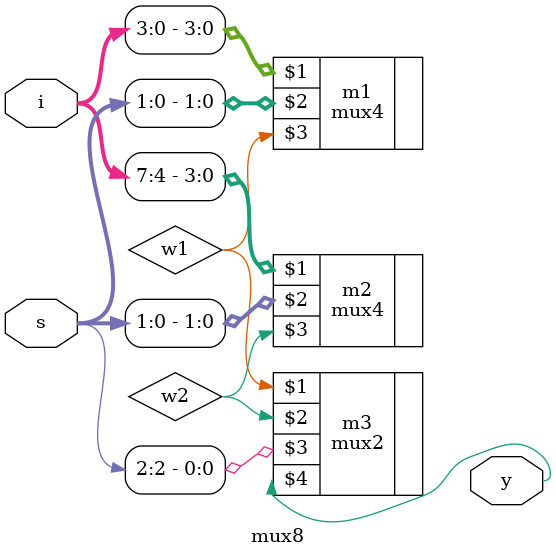
<source format=v>
module mux8(i, s, y);
  input [7:0] i;
  input [2:0] s;
  output y;
  wire w1, w2;

  mux4 m1(i[3:0], s[1:0], w1);
  mux4 m2(i[7:4], s[1:0], w2);
  mux2 m3(w1, w2, s[2], y);
endmodule


</source>
